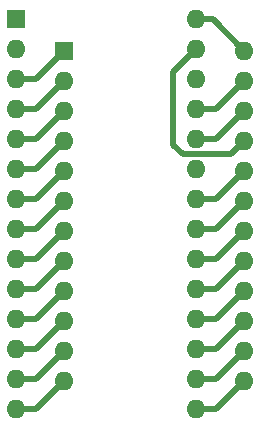
<source format=gbl>
G04 #@! TF.GenerationSoftware,KiCad,Pcbnew,5.1.12-84ad8e8a86~92~ubuntu20.04.1*
G04 #@! TF.CreationDate,2022-05-17T18:41:04-04:00*
G04 #@! TF.ProjectId,fm1608-to-6116,666d3136-3038-42d7-946f-2d363131362e,1.0*
G04 #@! TF.SameCoordinates,Original*
G04 #@! TF.FileFunction,Copper,L2,Bot*
G04 #@! TF.FilePolarity,Positive*
%FSLAX46Y46*%
G04 Gerber Fmt 4.6, Leading zero omitted, Abs format (unit mm)*
G04 Created by KiCad (PCBNEW 5.1.12-84ad8e8a86~92~ubuntu20.04.1) date 2022-05-17 18:41:04*
%MOMM*%
%LPD*%
G01*
G04 APERTURE LIST*
G04 #@! TA.AperFunction,ComponentPad*
%ADD10O,1.600000X1.600000*%
G04 #@! TD*
G04 #@! TA.AperFunction,ComponentPad*
%ADD11R,1.600000X1.600000*%
G04 #@! TD*
G04 #@! TA.AperFunction,Conductor*
%ADD12C,0.500000*%
G04 #@! TD*
G04 APERTURE END LIST*
D10*
X144780000Y-73596500D03*
X129540000Y-106616500D03*
X144780000Y-76136500D03*
X129540000Y-104076500D03*
X144780000Y-78676500D03*
X129540000Y-101536500D03*
X144780000Y-81216500D03*
X129540000Y-98996500D03*
X144780000Y-83756500D03*
X129540000Y-96456500D03*
X144780000Y-86296500D03*
X129540000Y-93916500D03*
X144780000Y-88836500D03*
X129540000Y-91376500D03*
X144780000Y-91376500D03*
X129540000Y-88836500D03*
X144780000Y-93916500D03*
X129540000Y-86296500D03*
X144780000Y-96456500D03*
X129540000Y-83756500D03*
X144780000Y-98996500D03*
X129540000Y-81216500D03*
X144780000Y-101536500D03*
X129540000Y-78676500D03*
X144780000Y-104076500D03*
X129540000Y-76136500D03*
X144780000Y-106616500D03*
D11*
X129540000Y-73596500D03*
D10*
X148907500Y-76263500D03*
X133667500Y-104203500D03*
X148907500Y-78803500D03*
X133667500Y-101663500D03*
X148907500Y-81343500D03*
X133667500Y-99123500D03*
X148907500Y-83883500D03*
X133667500Y-96583500D03*
X148907500Y-86423500D03*
X133667500Y-94043500D03*
X148907500Y-88963500D03*
X133667500Y-91503500D03*
X148907500Y-91503500D03*
X133667500Y-88963500D03*
X148907500Y-94043500D03*
X133667500Y-86423500D03*
X148907500Y-96583500D03*
X133667500Y-83883500D03*
X148907500Y-99123500D03*
X133667500Y-81343500D03*
X148907500Y-101663500D03*
X133667500Y-78803500D03*
X148907500Y-104203500D03*
D11*
X133667500Y-76263500D03*
D12*
X131254500Y-106616500D02*
X133667500Y-104203500D01*
X129540000Y-106616500D02*
X131254500Y-106616500D01*
X146240500Y-73596500D02*
X148907500Y-76263500D01*
X144780000Y-73596500D02*
X146240500Y-73596500D01*
X146494500Y-93916500D02*
X148907500Y-91503500D01*
X144780000Y-93916500D02*
X146494500Y-93916500D01*
X146494500Y-81216500D02*
X148907500Y-78803500D01*
X144780000Y-81216500D02*
X146494500Y-81216500D01*
X131254500Y-104076500D02*
X133667500Y-101663500D01*
X129540000Y-104076500D02*
X131254500Y-104076500D01*
X146494500Y-83756500D02*
X148907500Y-81343500D01*
X144780000Y-83756500D02*
X146494500Y-83756500D01*
X131254500Y-101536500D02*
X133667500Y-99123500D01*
X129540000Y-101536500D02*
X131254500Y-101536500D01*
X142875000Y-78041500D02*
X142875000Y-84201000D01*
X144780000Y-76136500D02*
X142875000Y-78041500D01*
X143680501Y-85006501D02*
X142875000Y-84201000D01*
X147784499Y-85006501D02*
X143680501Y-85006501D01*
X148907500Y-83883500D02*
X147784499Y-85006501D01*
X131254500Y-98996500D02*
X133667500Y-96583500D01*
X129540000Y-98996500D02*
X131254500Y-98996500D01*
X146494500Y-88836500D02*
X148907500Y-86423500D01*
X144780000Y-88836500D02*
X146494500Y-88836500D01*
X131254500Y-96456500D02*
X133667500Y-94043500D01*
X129540000Y-96456500D02*
X131254500Y-96456500D01*
X146494500Y-91376500D02*
X148907500Y-88963500D01*
X144780000Y-91376500D02*
X146494500Y-91376500D01*
X131254500Y-93916500D02*
X133667500Y-91503500D01*
X129540000Y-93916500D02*
X131254500Y-93916500D01*
X131254500Y-91376500D02*
X133667500Y-88963500D01*
X129540000Y-91376500D02*
X131254500Y-91376500D01*
X146494500Y-96456500D02*
X148907500Y-94043500D01*
X144780000Y-96456500D02*
X146494500Y-96456500D01*
X131254500Y-88836500D02*
X133667500Y-86423500D01*
X129540000Y-88836500D02*
X131254500Y-88836500D01*
X146494500Y-98996500D02*
X148907500Y-96583500D01*
X144780000Y-98996500D02*
X146494500Y-98996500D01*
X131254500Y-86296500D02*
X133667500Y-83883500D01*
X129540000Y-86296500D02*
X131254500Y-86296500D01*
X146494500Y-101536500D02*
X148907500Y-99123500D01*
X144780000Y-101536500D02*
X146494500Y-101536500D01*
X131254500Y-83756500D02*
X133667500Y-81343500D01*
X129540000Y-83756500D02*
X131254500Y-83756500D01*
X146494500Y-104076500D02*
X148907500Y-101663500D01*
X144780000Y-104076500D02*
X146494500Y-104076500D01*
X131254500Y-81216500D02*
X133667500Y-78803500D01*
X129540000Y-81216500D02*
X131254500Y-81216500D01*
X146494500Y-106616500D02*
X148907500Y-104203500D01*
X144780000Y-106616500D02*
X146494500Y-106616500D01*
X131254500Y-78676500D02*
X133667500Y-76263500D01*
X129540000Y-78676500D02*
X131254500Y-78676500D01*
M02*

</source>
